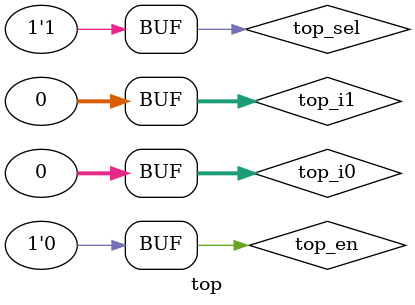
<source format=v>
module CP_mux_2_to_1_line_32b (	o_y,
								i_en,
								i_sel,
								i_i0,
								i_i1);
								
	parameter  	DATA_WIDTH = 32;
	
	output	[DATA_WIDTH-1 : 0]	o_y;
	
	input 						i_en;
	input						i_sel;
	input 	[DATA_WIDTH-1 : 0]	i_i0;
	input	[DATA_WIDTH-1 : 0] 	i_i1;
	
// functionality
	assign o_y = i_en ? (32'hzzzz_zzzz) : (i_sel ? (i_i1) : (i_i0) ) ;
	
endmodule

// Testbench  ---------------

// test bench for mux_2_to_1_line_32b
module top();
// no port list 

// signal initialisation
	wire 		[31:0] top_z;
	
	reg			top_en;
	reg 		top_sel;
	reg 		[31:0] top_i0;
	reg 		[31:0] top_i1;
	
// Dut instantaneous 
	CP_mux_2_to_1_line_32b	dut (	.o_y(top_z),
									.i_en_(top_en),
									.i_sel(top_sel),
									.i_i0(top_i0),
									.i_i1(top_i1));
	// enable signal
	initial begin
					top_en = 1'b1;
			#100	top_en = 1'b0;
			#100;
	end
	
	// select signal
	initial	begin
					top_sel = 1'b0;
			#20     top_sel = 1'b1;
			#20		top_sel = 1'b0;
			#80		top_sel = 1'b1;
			#20		top_sel = 1'b0;
			#20		top_sel = 1'b1; #40;
			
	end
	
	// input signal
	initial begin
				top_i0 = 32'h0000_0000 ;		top_i1 = 32'h0000_0001 ;
			#20 top_i0 = 32'h0000_0001;
			#10 								top_i1 =32'h0000_0000 ;
			#20 top_i0 = 32'h0000_0000 ;		
			#10 								top_i1 = 32'h0000_0001 ;
			#40									top_i1 = 32'h0000_0000 ;
			#20 top_i0 = 32'h0000_0001 ;
			#40 top_i0 = 32'h0000_0000 ;		top_i1 = 32'h0000_0001 ;
			#20 					top_i1 = 32'h0000_0000 ;
			#20;
			
	end
	
endmodule
	

</source>
